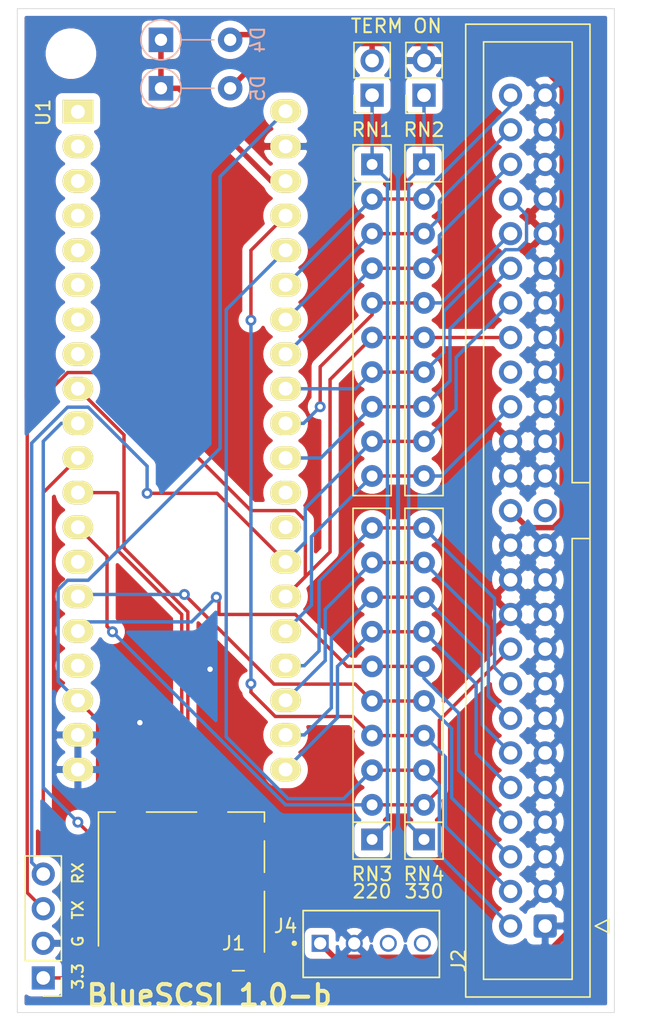
<source format=kicad_pcb>
(kicad_pcb (version 20171130) (host pcbnew "(5.1.7-0-10_14)")
  (layers (0 F.Cu signal) (31 B.Cu signal) (34 B.Paste user) (35 F.Paste user) (36 B.SilkS user) (37 F.SilkS user) (38 B.Mask user) (39 F.Mask user) (44 Edge.Cuts user))
  (net 0 "")
  (net 1 /SD_MISO)
  (net 2 GND)
  (net 3 /SD_CLK)
  (net 4 +3V3)
  (net 5 /SD_MOSI)
  (net 6 /SD_CS)
  (net 7 /SCSI_IO)
  (net 8 /SCSI_REQ)
  (net 9 /SCSI_CD)
  (net 10 /SCSI_SEL)
  (net 11 /SCSI_RST)
  (net 12 /SCSI_ACK)
  (net 13 /SCSI_BSY)
  (net 14 /SCSI_ATN)
  (net 15 /SCSI_MSG)
  (net 16 /SCSI_DBP)
  (net 17 /SCSI_DAT7)
  (net 18 /SCSI_DAT6)
  (net 19 /SCSI_DAT5)
  (net 20 /SCSI_DAT4)
  (net 21 /SCSI_DAT3)
  (net 22 /SCSI_DAT2)
  (net 23 /SCSI_DAT1)
  (net 24 /SCSI_DAT0)
  (net 25 "Net-(JP1-Pad1)")
  (net 26 "Net-(JP2-Pad1)")
  (net 27 VCC)
  (net 28 /TERM_PWR)
  (net 29 +5V)
  (module blue:BluePill_STM32F103C (layer F.Cu) (at 75.565 83.185)
    (fp_text reference U1 (at -2.54 0 270) (layer F.SilkS))
    (fp_text value BluePill_STM32F103C hide)
    (pad 40 thru_hole oval (at 15.24 -0.1016 90) (size 1.7272 2.25) (drill 1.016) (layers *.Cu *.Mask F.SilkS) (net 4 +3V3))
    (pad 39 thru_hole oval (at 15.24 2.4892 90) (size 1.7272 2.25) (drill 1.016) (layers *.Cu *.Mask F.SilkS) (net 2 GND))
    (pad 38 thru_hole oval (at 15.24 5.0292 90) (size 1.7272 2.25) (drill 1.016) (layers *.Cu *.Mask F.SilkS) (net 27 VCC))
    (pad 37 thru_hole oval (at 15.24 7.5692 90) (size 1.7272 2.25) (drill 1.016) (layers *.Cu *.Mask F.SilkS) (net 23 /SCSI_DAT1))
    (pad 36 thru_hole oval (at 15.24 10.1092 90) (size 1.7272 2.25) (drill 1.016) (layers *.Cu *.Mask F.SilkS) (net 24 /SCSI_DAT0))
    (pad 35 thru_hole oval (at 15.24 12.6492 90) (size 1.7272 2.25) (drill 1.016) (layers *.Cu *.Mask F.SilkS) (net 7 /SCSI_IO))
    (pad 34 thru_hole oval (at 15.24 15.1892 90) (size 1.7272 2.25) (drill 1.016) (layers *.Cu *.Mask F.SilkS) (net 8 /SCSI_REQ))
    (pad 33 thru_hole oval (at 15.24 17.7292 90) (size 1.7272 2.25) (drill 1.016) (layers *.Cu *.Mask F.SilkS) (net 9 /SCSI_CD))
    (pad 32 thru_hole oval (at 15.24 20.2692 90) (size 1.7272 2.25) (drill 1.016) (layers *.Cu *.Mask F.SilkS) (net 10 /SCSI_SEL))
    (pad 31 thru_hole oval (at 15.24 22.8092 90) (size 1.7272 2.25) (drill 1.016) (layers *.Cu *.Mask F.SilkS) (net 15 /SCSI_MSG))
    (pad 30 thru_hole oval (at 15.24 25.3492 90) (size 1.7272 2.25) (drill 1.016) (layers *.Cu *.Mask F.SilkS) (net 11 /SCSI_RST))
    (pad 29 thru_hole oval (at 15.24 27.8892 90) (size 1.7272 2.25) (drill 1.016) (layers *.Cu *.Mask F.SilkS))
    (pad 28 thru_hole oval (at 15.24 30.4292 90) (size 1.7272 2.25) (drill 1.016) (layers *.Cu *.Mask F.SilkS))
    (pad 27 thru_hole oval (at 15.24 32.9692 90) (size 1.7272 2.25) (drill 1.016) (layers *.Cu *.Mask F.SilkS) (net 12 /SCSI_ACK))
    (pad 26 thru_hole oval (at 15.24 35.5092 90) (size 1.7272 2.25) (drill 1.016) (layers *.Cu *.Mask F.SilkS) (net 13 /SCSI_BSY))
    (pad 25 thru_hole oval (at 15.24 38.0492 90) (size 1.7272 2.25) (drill 1.016) (layers *.Cu *.Mask F.SilkS) (net 14 /SCSI_ATN))
    (pad 24 thru_hole oval (at 15.24 40.5892 90) (size 1.7272 2.25) (drill 1.016) (layers *.Cu *.Mask F.SilkS) (net 17 /SCSI_DAT7))
    (pad 23 thru_hole oval (at 15.24 43.1292 90) (size 1.7272 2.25) (drill 1.016) (layers *.Cu *.Mask F.SilkS) (net 18 /SCSI_DAT6))
    (pad 22 thru_hole oval (at 15.24 45.6692 90) (size 1.7272 2.25) (drill 1.016) (layers *.Cu *.Mask F.SilkS) (net 19 /SCSI_DAT5))
    (pad 21 thru_hole oval (at 15.24 48.2092 90) (size 1.7272 2.25) (drill 1.016) (layers *.Cu *.Mask F.SilkS) (net 20 /SCSI_DAT4))
    (pad 20 thru_hole oval (at 0 48.2092 270) (size 1.7272 2.25) (drill 1.016) (layers *.Cu *.Mask F.SilkS) (net 2 GND))
    (pad 19 thru_hole oval (at 0 45.6692 270) (size 1.7272 2.25) (drill 1.016) (layers *.Cu *.Mask F.SilkS) (net 2 GND))
    (pad 18 thru_hole oval (at 0 43.1292 270) (size 1.7272 2.25) (drill 1.016) (layers *.Cu *.Mask F.SilkS) (net 4 +3V3))
    (pad 17 thru_hole oval (at 0 40.5892 270) (size 1.7272 2.25) (drill 1.016) (layers *.Cu *.Mask F.SilkS))
    (pad 16 thru_hole oval (at 0 38.0492 270) (size 1.7272 2.25) (drill 1.016) (layers *.Cu *.Mask F.SilkS) (net 21 /SCSI_DAT3))
    (pad 15 thru_hole oval (at 0 35.5092 270) (size 1.7272 2.25) (drill 1.016) (layers *.Cu *.Mask F.SilkS) (net 22 /SCSI_DAT2))
    (pad 14 thru_hole oval (at 0 32.9692 270) (size 1.7272 2.25) (drill 1.016) (layers *.Cu *.Mask F.SilkS))
    (pad 13 thru_hole oval (at 0 30.4292 270) (size 1.7272 2.25) (drill 1.016) (layers *.Cu *.Mask F.SilkS) (net 16 /SCSI_DBP))
    (pad 12 thru_hole oval (at 0 27.8892 270) (size 1.7272 2.25) (drill 1.016) (layers *.Cu *.Mask F.SilkS) (net 5 /SD_MOSI))
    (pad 11 thru_hole oval (at 0 25.3492 270) (size 1.7272 2.25) (drill 1.016) (layers *.Cu *.Mask F.SilkS) (net 1 /SD_MISO))
    (pad 10 thru_hole oval (at 0 22.8092 270) (size 1.7272 2.25) (drill 1.016) (layers *.Cu *.Mask F.SilkS) (net 3 /SD_CLK))
    (pad 9 thru_hole oval (at 0 20.2692 270) (size 1.7272 2.25) (drill 1.016) (layers *.Cu *.Mask F.SilkS) (net 6 /SD_CS))
    (pad 8 thru_hole oval (at 0 17.7292 270) (size 1.7272 2.25) (drill 1.016) (layers *.Cu *.Mask F.SilkS))
    (pad 7 thru_hole oval (at 0 15.1892 270) (size 1.7272 2.25) (drill 1.016) (layers *.Cu *.Mask F.SilkS))
    (pad 6 thru_hole oval (at 0 12.6492 270) (size 1.7272 2.25) (drill 1.016) (layers *.Cu *.Mask F.SilkS))
    (pad 5 thru_hole oval (at 0 10.1092 270) (size 1.7272 2.25) (drill 1.016) (layers *.Cu *.Mask F.SilkS))
    (pad 4 thru_hole oval (at 0 7.5692 270) (size 1.7272 2.25) (drill 1.016) (layers *.Cu *.Mask F.SilkS))
    (pad 3 thru_hole oval (at 0 5.0292 270) (size 1.7272 2.25) (drill 1.016) (layers *.Cu *.Mask F.SilkS))
    (pad 2 thru_hole oval (at 0 2.4892 270) (size 1.7272 2.25) (drill 1.016) (layers *.Cu *.Mask F.SilkS))
    (pad 1 thru_hole rect (at 0 -0.0508 270) (size 1.7272 2.25) (drill 1.016) (layers *.Cu *.Mask F.SilkS))
  )
  (module MountingHole:MountingHole_2.7mm_M2.5 (layer F.Cu) (at 75.057 78.867)
    (fp_text reference H1 hide)
    (fp_text value MountingHole_Pad)
    (pad 1 np_thru_hole circle (at 0 0) (size 2.7 2.7) (drill 2.7) (layers *.Cu *.Mask))
  )
  (module Connector_IDC:IDC-Header_2x25_P2.54mm_Vertical (layer F.Cu) (at 109.855 142.875 180)
    (fp_text reference J2 (at 6.35 -2.54 90) (layer F.SilkS))
    (fp_text value Conn_02x25_Odd_Even)
    (fp_line (start -4.68 0.5) (end -3.68 0) (layer F.SilkS) (width 0.12))
    (fp_line (start -4.68 -0.5) (end -4.68 0.5) (layer F.SilkS) (width 0.12))
    (fp_line (start -3.68 0) (end -4.68 -0.5) (layer F.SilkS) (width 0.12))
    (fp_line (start -1.98 32.53) (end -3.29 32.53) (layer F.SilkS) (width 0.12))
    (fp_line (start -1.98 32.53) (end -1.98 32.53) (layer F.SilkS) (width 0.12))
    (fp_line (start -1.98 64.87) (end -1.98 32.53) (layer F.SilkS) (width 0.12))
    (fp_line (start 4.52 64.87) (end -1.98 64.87) (layer F.SilkS) (width 0.12))
    (fp_line (start 4.52 -3.91) (end 4.52 64.87) (layer F.SilkS) (width 0.12))
    (fp_line (start -1.98 -3.91) (end 4.52 -3.91) (layer F.SilkS) (width 0.12))
    (fp_line (start -1.98 28.43) (end -1.98 -3.91) (layer F.SilkS) (width 0.12))
    (fp_line (start -3.29 28.43) (end -1.98 28.43) (layer F.SilkS) (width 0.12))
    (fp_line (start -3.29 66.17) (end -3.29 -5.21) (layer F.SilkS) (width 0.12))
    (fp_line (start 5.83 66.17) (end -3.29 66.17) (layer F.SilkS) (width 0.12))
    (fp_line (start 5.83 -5.21) (end 5.83 66.17) (layer F.SilkS) (width 0.12))
    (fp_line (start -3.29 -5.21) (end 5.83 -5.21) (layer F.SilkS) (width 0.12))
    (pad 50 thru_hole circle (at 2.54 60.96 180) (size 1.7 1.7) (drill 1) (layers *.Cu *.Mask) (net 7 /SCSI_IO))
    (pad 48 thru_hole circle (at 2.54 58.42 180) (size 1.7 1.7) (drill 1) (layers *.Cu *.Mask) (net 8 /SCSI_REQ))
    (pad 46 thru_hole circle (at 2.54 55.88 180) (size 1.7 1.7) (drill 1) (layers *.Cu *.Mask) (net 9 /SCSI_CD))
    (pad 44 thru_hole circle (at 2.54 53.34 180) (size 1.7 1.7) (drill 1) (layers *.Cu *.Mask) (net 10 /SCSI_SEL))
    (pad 42 thru_hole circle (at 2.54 50.8 180) (size 1.7 1.7) (drill 1) (layers *.Cu *.Mask) (net 15 /SCSI_MSG))
    (pad 40 thru_hole circle (at 2.54 48.26 180) (size 1.7 1.7) (drill 1) (layers *.Cu *.Mask) (net 11 /SCSI_RST))
    (pad 38 thru_hole circle (at 2.54 45.72 180) (size 1.7 1.7) (drill 1) (layers *.Cu *.Mask) (net 12 /SCSI_ACK))
    (pad 36 thru_hole circle (at 2.54 43.18 180) (size 1.7 1.7) (drill 1) (layers *.Cu *.Mask) (net 13 /SCSI_BSY))
    (pad 34 thru_hole circle (at 2.54 40.64 180) (size 1.7 1.7) (drill 1) (layers *.Cu *.Mask))
    (pad 32 thru_hole circle (at 2.54 38.1 180) (size 1.7 1.7) (drill 1) (layers *.Cu *.Mask) (net 14 /SCSI_ATN))
    (pad 30 thru_hole circle (at 2.54 35.56 180) (size 1.7 1.7) (drill 1) (layers *.Cu *.Mask) (net 2 GND))
    (pad 28 thru_hole circle (at 2.54 33.02 180) (size 1.7 1.7) (drill 1) (layers *.Cu *.Mask) (net 2 GND))
    (pad 26 thru_hole circle (at 2.54 30.48 180) (size 1.7 1.7) (drill 1) (layers *.Cu *.Mask) (net 28 /TERM_PWR))
    (pad 24 thru_hole circle (at 2.54 27.94 180) (size 1.7 1.7) (drill 1) (layers *.Cu *.Mask) (net 2 GND))
    (pad 22 thru_hole circle (at 2.54 25.4 180) (size 1.7 1.7) (drill 1) (layers *.Cu *.Mask) (net 2 GND))
    (pad 20 thru_hole circle (at 2.54 22.86 180) (size 1.7 1.7) (drill 1) (layers *.Cu *.Mask) (net 2 GND))
    (pad 18 thru_hole circle (at 2.54 20.32 180) (size 1.7 1.7) (drill 1) (layers *.Cu *.Mask) (net 16 /SCSI_DBP))
    (pad 16 thru_hole circle (at 2.54 17.78 180) (size 1.7 1.7) (drill 1) (layers *.Cu *.Mask) (net 17 /SCSI_DAT7))
    (pad 14 thru_hole circle (at 2.54 15.24 180) (size 1.7 1.7) (drill 1) (layers *.Cu *.Mask) (net 18 /SCSI_DAT6))
    (pad 12 thru_hole circle (at 2.54 12.7 180) (size 1.7 1.7) (drill 1) (layers *.Cu *.Mask) (net 19 /SCSI_DAT5))
    (pad 10 thru_hole circle (at 2.54 10.16 180) (size 1.7 1.7) (drill 1) (layers *.Cu *.Mask) (net 20 /SCSI_DAT4))
    (pad 8 thru_hole circle (at 2.54 7.62 180) (size 1.7 1.7) (drill 1) (layers *.Cu *.Mask) (net 21 /SCSI_DAT3))
    (pad 6 thru_hole circle (at 2.54 5.08 180) (size 1.7 1.7) (drill 1) (layers *.Cu *.Mask) (net 22 /SCSI_DAT2))
    (pad 4 thru_hole circle (at 2.54 2.54 180) (size 1.7 1.7) (drill 1) (layers *.Cu *.Mask) (net 23 /SCSI_DAT1))
    (pad 2 thru_hole circle (at 2.54 0 180) (size 1.7 1.7) (drill 1) (layers *.Cu *.Mask) (net 24 /SCSI_DAT0))
    (pad 49 thru_hole circle (at 0 60.96 180) (size 1.7 1.7) (drill 1) (layers *.Cu *.Mask) (net 2 GND))
    (pad 47 thru_hole circle (at 0 58.42 180) (size 1.7 1.7) (drill 1) (layers *.Cu *.Mask) (net 2 GND))
    (pad 45 thru_hole circle (at 0 55.88 180) (size 1.7 1.7) (drill 1) (layers *.Cu *.Mask) (net 2 GND))
    (pad 43 thru_hole circle (at 0 53.34 180) (size 1.7 1.7) (drill 1) (layers *.Cu *.Mask) (net 2 GND))
    (pad 41 thru_hole circle (at 0 50.8 180) (size 1.7 1.7) (drill 1) (layers *.Cu *.Mask) (net 2 GND))
    (pad 39 thru_hole circle (at 0 48.26 180) (size 1.7 1.7) (drill 1) (layers *.Cu *.Mask) (net 2 GND))
    (pad 37 thru_hole circle (at 0 45.72 180) (size 1.7 1.7) (drill 1) (layers *.Cu *.Mask) (net 2 GND))
    (pad 35 thru_hole circle (at 0 43.18 180) (size 1.7 1.7) (drill 1) (layers *.Cu *.Mask) (net 2 GND))
    (pad 33 thru_hole circle (at 0 40.64 180) (size 1.7 1.7) (drill 1) (layers *.Cu *.Mask) (net 2 GND))
    (pad 31 thru_hole circle (at 0 38.1 180) (size 1.7 1.7) (drill 1) (layers *.Cu *.Mask) (net 2 GND))
    (pad 29 thru_hole circle (at 0 35.56 180) (size 1.7 1.7) (drill 1) (layers *.Cu *.Mask) (net 2 GND))
    (pad 27 thru_hole circle (at 0 33.02 180) (size 1.7 1.7) (drill 1) (layers *.Cu *.Mask) (net 2 GND))
    (pad 25 thru_hole circle (at 0 30.48 180) (size 1.7 1.7) (drill 1) (layers *.Cu *.Mask))
    (pad 23 thru_hole circle (at 0 27.94 180) (size 1.7 1.7) (drill 1) (layers *.Cu *.Mask) (net 2 GND))
    (pad 21 thru_hole circle (at 0 25.4 180) (size 1.7 1.7) (drill 1) (layers *.Cu *.Mask) (net 2 GND))
    (pad 19 thru_hole circle (at 0 22.86 180) (size 1.7 1.7) (drill 1) (layers *.Cu *.Mask) (net 2 GND))
    (pad 17 thru_hole circle (at 0 20.32 180) (size 1.7 1.7) (drill 1) (layers *.Cu *.Mask) (net 2 GND))
    (pad 15 thru_hole circle (at 0 17.78 180) (size 1.7 1.7) (drill 1) (layers *.Cu *.Mask) (net 2 GND))
    (pad 13 thru_hole circle (at 0 15.24 180) (size 1.7 1.7) (drill 1) (layers *.Cu *.Mask) (net 2 GND))
    (pad 11 thru_hole circle (at 0 12.7 180) (size 1.7 1.7) (drill 1) (layers *.Cu *.Mask) (net 2 GND))
    (pad 9 thru_hole circle (at 0 10.16 180) (size 1.7 1.7) (drill 1) (layers *.Cu *.Mask) (net 2 GND))
    (pad 7 thru_hole circle (at 0 7.62 180) (size 1.7 1.7) (drill 1) (layers *.Cu *.Mask) (net 2 GND))
    (pad 5 thru_hole circle (at 0 5.08 180) (size 1.7 1.7) (drill 1) (layers *.Cu *.Mask) (net 2 GND))
    (pad 3 thru_hole circle (at 0 2.54 180) (size 1.7 1.7) (drill 1) (layers *.Cu *.Mask) (net 2 GND))
    (pad 1 thru_hole roundrect (at 0 0 180) (size 1.7 1.7) (drill 1) (layers *.Cu *.Mask) (roundrect_rratio 0.1470588235294118) (net 2 GND))
  )
  (module Connector_Card:microSD_HC_Molex_104031-0811 (layer F.Cu) (at 83.185 140.335 180)
    (fp_text reference J1 (at -3.81 -3.81 180) (layer F.SilkS))
    (fp_text value Micro_SD_Card)
    (fp_line (start -6.07 -4.45) (end -6.07 0) (layer F.SilkS) (width 0.12))
    (fp_line (start -6.07 1.4) (end -6.07 3.7) (layer F.SilkS) (width 0.12))
    (fp_line (start -6.07 5.1) (end -6.07 5.82) (layer F.SilkS) (width 0.12))
    (fp_line (start -6.07 5.82) (end -3.39 5.82) (layer F.SilkS) (width 0.12))
    (fp_line (start -1.09 5.82) (end 2.58 5.82) (layer F.SilkS) (width 0.12))
    (fp_line (start 4.88 5.82) (end 6.11 5.82) (layer F.SilkS) (width 0.12))
    (fp_line (start 6.11 5.82) (end 6.11 -4) (layer F.SilkS) (width 0.12))
    (fp_line (start -4.59 -5.82) (end -3.73 -5.82) (layer F.SilkS) (width 0.12))
    (pad 11 smd rect (at 3.73 5.375 180) (size 1.9 1.35) (layers F.Cu F.Paste F.Mask))
    (pad 11 smd rect (at -2.24 5.375 180) (size 1.9 1.35) (layers F.Cu F.Paste F.Mask))
    (pad 9 smd rect (at -5.74 0.7 180) (size 1.2 1) (layers F.Cu F.Paste F.Mask) (net 2 GND))
    (pad 10 smd rect (at -5.74 4.4 180) (size 1.2 1) (layers F.Cu F.Paste F.Mask))
    (pad 11 smd rect (at -5.565 -5.325 180) (size 1.55 1.35) (layers F.Cu F.Paste F.Mask))
    (pad 11 smd rect (at 5.755 -5.1 180) (size 1.17 1.8) (layers F.Cu F.Paste F.Mask))
    (pad 7 smd rect (at 3.495 -5.45 180) (size 0.85 1.1) (layers F.Cu F.Paste F.Mask) (net 1 /SD_MISO))
    (pad 6 smd rect (at 2.395 -5.45 180) (size 0.85 1.1) (layers F.Cu F.Paste F.Mask) (net 2 GND))
    (pad 5 smd rect (at 1.295 -5.45 180) (size 0.85 1.1) (layers F.Cu F.Paste F.Mask) (net 3 /SD_CLK))
    (pad 4 smd rect (at 0.195 -5.45 180) (size 0.85 1.1) (layers F.Cu F.Paste F.Mask) (net 4 +3V3))
    (pad 3 smd rect (at -0.905 -5.45 180) (size 0.85 1.1) (layers F.Cu F.Paste F.Mask) (net 5 /SD_MOSI))
    (pad 2 smd rect (at -2.005 -5.45 180) (size 0.85 1.1) (layers F.Cu F.Paste F.Mask) (net 6 /SD_CS))
    (pad 8 smd rect (at 4.545 -5.45 180) (size 0.75 1.1) (layers F.Cu F.Paste F.Mask))
    (pad 1 smd rect (at -3.105 -5.45 180) (size 0.85 1.1) (layers F.Cu F.Paste F.Mask))
  )
  (module Connector_PinSocket_2.54mm:PinSocket_1x02_P2.54mm_Vertical (layer F.Cu) (at 100.965 81.915 180)
    (fp_text reference JP1 hide)
    (fp_text value TERM_ENABLE_GND)
    (fp_line (start -1.33 1.27) (end 1.33 1.27) (layer F.SilkS) (width 0.12))
    (fp_line (start -1.33 1.27) (end -1.33 3.87) (layer F.SilkS) (width 0.12))
    (fp_line (start -1.33 3.87) (end 1.33 3.87) (layer F.SilkS) (width 0.12))
    (fp_line (start 1.33 1.27) (end 1.33 3.87) (layer F.SilkS) (width 0.12))
    (fp_line (start 1.33 -1.33) (end 1.33 0) (layer F.SilkS) (width 0.12))
    (fp_line (start 0 -1.33) (end 1.33 -1.33) (layer F.SilkS) (width 0.12))
    (pad 1 thru_hole rect (at 0 0 180) (size 1.7 1.7) (drill 1) (layers *.Cu *.Mask) (net 25 "Net-(JP1-Pad1)"))
    (pad 2 thru_hole oval (at 0 2.54 180) (size 1.7 1.7) (drill 1) (layers *.Cu *.Mask) (net 2 GND))
  )
  (module Connector_PinSocket_2.54mm:PinSocket_1x02_P2.54mm_Vertical (layer F.Cu) (at 97.155 81.915 180)
    (fp_text reference JP2 hide)
    (fp_text value TERM_ENABLE_5V)
    (fp_line (start 0 -1.33) (end 1.33 -1.33) (layer F.SilkS) (width 0.12))
    (fp_line (start 1.33 -1.33) (end 1.33 0) (layer F.SilkS) (width 0.12))
    (fp_line (start 1.33 1.27) (end 1.33 3.87) (layer F.SilkS) (width 0.12))
    (fp_line (start -1.33 3.87) (end 1.33 3.87) (layer F.SilkS) (width 0.12))
    (fp_line (start -1.33 1.27) (end -1.33 3.87) (layer F.SilkS) (width 0.12))
    (fp_line (start -1.33 1.27) (end 1.33 1.27) (layer F.SilkS) (width 0.12))
    (pad 2 thru_hole oval (at 0 2.54 180) (size 1.7 1.7) (drill 1) (layers *.Cu *.Mask) (net 28 /TERM_PWR))
    (pad 1 thru_hole rect (at 0 0 180) (size 1.7 1.7) (drill 1) (layers *.Cu *.Mask) (net 26 "Net-(JP2-Pad1)"))
  )
  (module Resistor_THT:R_Array_SIP10 (layer F.Cu) (at 97.155 86.995 270)
    (fp_text reference RN1 (at -2.54 0 180) (layer F.SilkS))
    (fp_text value 220)
    (fp_line (start 1.27 -1.4) (end 1.27 1.4) (layer F.SilkS) (width 0.12))
    (fp_line (start 24.3 -1.4) (end -1.44 -1.4) (layer F.SilkS) (width 0.12))
    (fp_line (start 24.3 1.4) (end 24.3 -1.4) (layer F.SilkS) (width 0.12))
    (fp_line (start -1.44 1.4) (end 24.3 1.4) (layer F.SilkS) (width 0.12))
    (fp_line (start -1.44 -1.4) (end -1.44 1.4) (layer F.SilkS) (width 0.12))
    (pad 1 thru_hole rect (at 0 0 270) (size 1.6 1.6) (drill 0.8) (layers *.Cu *.Mask) (net 26 "Net-(JP2-Pad1)"))
    (pad 2 thru_hole oval (at 2.54 0 270) (size 1.6 1.6) (drill 0.8) (layers *.Cu *.Mask) (net 7 /SCSI_IO))
    (pad 3 thru_hole oval (at 5.08 0 270) (size 1.6 1.6) (drill 0.8) (layers *.Cu *.Mask) (net 8 /SCSI_REQ))
    (pad 4 thru_hole oval (at 7.62 0 270) (size 1.6 1.6) (drill 0.8) (layers *.Cu *.Mask) (net 9 /SCSI_CD))
    (pad 5 thru_hole oval (at 10.16 0 270) (size 1.6 1.6) (drill 0.8) (layers *.Cu *.Mask) (net 15 /SCSI_MSG))
    (pad 6 thru_hole oval (at 12.7 0 270) (size 1.6 1.6) (drill 0.8) (layers *.Cu *.Mask) (net 13 /SCSI_BSY))
    (pad 7 thru_hole oval (at 15.24 0 270) (size 1.6 1.6) (drill 0.8) (layers *.Cu *.Mask) (net 10 /SCSI_SEL))
    (pad 8 thru_hole oval (at 17.78 0 270) (size 1.6 1.6) (drill 0.8) (layers *.Cu *.Mask) (net 11 /SCSI_RST))
    (pad 9 thru_hole oval (at 20.32 0 270) (size 1.6 1.6) (drill 0.8) (layers *.Cu *.Mask) (net 12 /SCSI_ACK))
    (pad 10 thru_hole oval (at 22.86 0 270) (size 1.6 1.6) (drill 0.8) (layers *.Cu *.Mask) (net 14 /SCSI_ATN))
  )
  (module Resistor_THT:R_Array_SIP10 (layer F.Cu) (at 100.965 86.995 270)
    (fp_text reference RN2 (at -2.54 0 180) (layer F.SilkS))
    (fp_text value 330)
    (fp_line (start 1.27 -1.4) (end 1.27 1.4) (layer F.SilkS) (width 0.12))
    (fp_line (start 24.3 -1.4) (end -1.44 -1.4) (layer F.SilkS) (width 0.12))
    (fp_line (start 24.3 1.4) (end 24.3 -1.4) (layer F.SilkS) (width 0.12))
    (fp_line (start -1.44 1.4) (end 24.3 1.4) (layer F.SilkS) (width 0.12))
    (fp_line (start -1.44 -1.4) (end -1.44 1.4) (layer F.SilkS) (width 0.12))
    (pad 1 thru_hole rect (at 0 0 270) (size 1.6 1.6) (drill 0.8) (layers *.Cu *.Mask) (net 25 "Net-(JP1-Pad1)"))
    (pad 2 thru_hole oval (at 2.54 0 270) (size 1.6 1.6) (drill 0.8) (layers *.Cu *.Mask) (net 7 /SCSI_IO))
    (pad 3 thru_hole oval (at 5.08 0 270) (size 1.6 1.6) (drill 0.8) (layers *.Cu *.Mask) (net 8 /SCSI_REQ))
    (pad 4 thru_hole oval (at 7.62 0 270) (size 1.6 1.6) (drill 0.8) (layers *.Cu *.Mask) (net 9 /SCSI_CD))
    (pad 5 thru_hole oval (at 10.16 0 270) (size 1.6 1.6) (drill 0.8) (layers *.Cu *.Mask) (net 15 /SCSI_MSG))
    (pad 6 thru_hole oval (at 12.7 0 270) (size 1.6 1.6) (drill 0.8) (layers *.Cu *.Mask) (net 13 /SCSI_BSY))
    (pad 7 thru_hole oval (at 15.24 0 270) (size 1.6 1.6) (drill 0.8) (layers *.Cu *.Mask) (net 10 /SCSI_SEL))
    (pad 8 thru_hole oval (at 17.78 0 270) (size 1.6 1.6) (drill 0.8) (layers *.Cu *.Mask) (net 11 /SCSI_RST))
    (pad 9 thru_hole oval (at 20.32 0 270) (size 1.6 1.6) (drill 0.8) (layers *.Cu *.Mask) (net 12 /SCSI_ACK))
    (pad 10 thru_hole oval (at 22.86 0 270) (size 1.6 1.6) (drill 0.8) (layers *.Cu *.Mask) (net 14 /SCSI_ATN))
  )
  (module Resistor_THT:R_Array_SIP10 (layer F.Cu) (at 97.155 136.525 90)
    (fp_text reference RN3 (at -2.54 0 180) (layer F.SilkS))
    (fp_text value 220)
    (fp_line (start -1.44 -1.4) (end -1.44 1.4) (layer F.SilkS) (width 0.12))
    (fp_line (start -1.44 1.4) (end 24.3 1.4) (layer F.SilkS) (width 0.12))
    (fp_line (start 24.3 1.4) (end 24.3 -1.4) (layer F.SilkS) (width 0.12))
    (fp_line (start 24.3 -1.4) (end -1.44 -1.4) (layer F.SilkS) (width 0.12))
    (fp_line (start 1.27 -1.4) (end 1.27 1.4) (layer F.SilkS) (width 0.12))
    (pad 10 thru_hole oval (at 22.86 0 90) (size 1.6 1.6) (drill 0.8) (layers *.Cu *.Mask) (net 17 /SCSI_DAT7))
    (pad 9 thru_hole oval (at 20.32 0 90) (size 1.6 1.6) (drill 0.8) (layers *.Cu *.Mask) (net 18 /SCSI_DAT6))
    (pad 8 thru_hole oval (at 17.78 0 90) (size 1.6 1.6) (drill 0.8) (layers *.Cu *.Mask) (net 19 /SCSI_DAT5))
    (pad 7 thru_hole oval (at 15.24 0 90) (size 1.6 1.6) (drill 0.8) (layers *.Cu *.Mask) (net 20 /SCSI_DAT4))
    (pad 6 thru_hole oval (at 12.7 0 90) (size 1.6 1.6) (drill 0.8) (layers *.Cu *.Mask) (net 21 /SCSI_DAT3))
    (pad 5 thru_hole oval (at 10.16 0 90) (size 1.6 1.6) (drill 0.8) (layers *.Cu *.Mask) (net 22 /SCSI_DAT2))
    (pad 4 thru_hole oval (at 7.62 0 90) (size 1.6 1.6) (drill 0.8) (layers *.Cu *.Mask) (net 23 /SCSI_DAT1))
    (pad 3 thru_hole oval (at 5.08 0 90) (size 1.6 1.6) (drill 0.8) (layers *.Cu *.Mask) (net 24 /SCSI_DAT0))
    (pad 2 thru_hole oval (at 2.54 0 90) (size 1.6 1.6) (drill 0.8) (layers *.Cu *.Mask) (net 16 /SCSI_DBP))
    (pad 1 thru_hole rect (at 0 0 90) (size 1.6 1.6) (drill 0.8) (layers *.Cu *.Mask) (net 26 "Net-(JP2-Pad1)"))
  )
  (module Resistor_THT:R_Array_SIP10 (layer F.Cu) (at 100.965 136.525 90)
    (fp_text reference RN4 (at -2.54 0 180) (layer F.SilkS))
    (fp_text value 330)
    (fp_line (start -1.44 -1.4) (end -1.44 1.4) (layer F.SilkS) (width 0.12))
    (fp_line (start -1.44 1.4) (end 24.3 1.4) (layer F.SilkS) (width 0.12))
    (fp_line (start 24.3 1.4) (end 24.3 -1.4) (layer F.SilkS) (width 0.12))
    (fp_line (start 24.3 -1.4) (end -1.44 -1.4) (layer F.SilkS) (width 0.12))
    (fp_line (start 1.27 -1.4) (end 1.27 1.4) (layer F.SilkS) (width 0.12))
    (pad 10 thru_hole oval (at 22.86 0 90) (size 1.6 1.6) (drill 0.8) (layers *.Cu *.Mask) (net 17 /SCSI_DAT7))
    (pad 9 thru_hole oval (at 20.32 0 90) (size 1.6 1.6) (drill 0.8) (layers *.Cu *.Mask) (net 18 /SCSI_DAT6))
    (pad 8 thru_hole oval (at 17.78 0 90) (size 1.6 1.6) (drill 0.8) (layers *.Cu *.Mask) (net 19 /SCSI_DAT5))
    (pad 7 thru_hole oval (at 15.24 0 90) (size 1.6 1.6) (drill 0.8) (layers *.Cu *.Mask) (net 20 /SCSI_DAT4))
    (pad 6 thru_hole oval (at 12.7 0 90) (size 1.6 1.6) (drill 0.8) (layers *.Cu *.Mask) (net 21 /SCSI_DAT3))
    (pad 5 thru_hole oval (at 10.16 0 90) (size 1.6 1.6) (drill 0.8) (layers *.Cu *.Mask) (net 22 /SCSI_DAT2))
    (pad 4 thru_hole oval (at 7.62 0 90) (size 1.6 1.6) (drill 0.8) (layers *.Cu *.Mask) (net 23 /SCSI_DAT1))
    (pad 3 thru_hole oval (at 5.08 0 90) (size 1.6 1.6) (drill 0.8) (layers *.Cu *.Mask) (net 24 /SCSI_DAT0))
    (pad 2 thru_hole oval (at 2.54 0 90) (size 1.6 1.6) (drill 0.8) (layers *.Cu *.Mask) (net 16 /SCSI_DBP))
    (pad 1 thru_hole rect (at 0 0 90) (size 1.6 1.6) (drill 0.8) (layers *.Cu *.Mask) (net 25 "Net-(JP1-Pad1)"))
  )
  (module Connector_PinHeader_2.54mm:PinHeader_1x04_P2.54mm_Vertical (layer F.Cu) (at 73.025 146.685 180)
    (fp_text reference J3 hide)
    (fp_text value "Programming Pins")
    (fp_line (start -1.33 8.95) (end 1.33 8.95) (layer F.SilkS) (width 0.12))
    (fp_line (start -1.33 1.27) (end -1.33 8.95) (layer F.SilkS) (width 0.12))
    (fp_line (start 1.33 1.27) (end 1.33 8.95) (layer F.SilkS) (width 0.12))
    (fp_line (start -1.33 1.27) (end 1.33 1.27) (layer F.SilkS) (width 0.12))
    (fp_line (start -1.33 0) (end -1.33 -1.33) (layer F.SilkS) (width 0.12))
    (fp_line (start -1.33 -1.33) (end 0 -1.33) (layer F.SilkS) (width 0.12))
    (pad 1 thru_hole rect (at 0 0 180) (size 1.7 1.7) (drill 1) (layers *.Cu *.Mask) (net 4 +3V3))
    (pad 2 thru_hole oval (at 0 2.54 180) (size 1.7 1.7) (drill 1) (layers *.Cu *.Mask) (net 2 GND))
    (pad 3 thru_hole oval (at 0 5.08 180) (size 1.7 1.7) (drill 1) (layers *.Cu *.Mask) (net 13 /SCSI_BSY))
    (pad 4 thru_hole oval (at 0 7.62 180) (size 1.7 1.7) (drill 1) (layers *.Cu *.Mask) (net 12 /SCSI_ACK))
  )
  (module 171825-4:TE_171825-4 (layer F.Cu) (at 93.345 144.145)
    (fp_text reference J4 (at -2.54 -1.27) (layer F.SilkS))
    (fp_text value "Berg Power Connector")
    (fp_line (start -1.25 2.5) (end -1.25 -2.4) (layer F.SilkS) (width 0.127))
    (fp_line (start 8.75 -2.4) (end 8.75 2.5) (layer F.SilkS) (width 0.127))
    (fp_line (start 8.75 -2.4) (end -1.25 -2.4) (layer F.SilkS) (width 0.127))
    (fp_line (start 8.75 2.5) (end -1.25 2.5) (layer F.SilkS) (width 0.127))
    (fp_circle (center -1.9 0) (end -1.8 0) (layer F.SilkS) (width 0.2))
    (pad 1 thru_hole rect (at 0 0) (size 1.25 1.25) (drill 0.9) (layers *.Cu *.Mask) (net 29 +5V))
    (pad 2 thru_hole circle (at 2.5 0) (size 1.25 1.25) (drill 0.9) (layers *.Cu *.Mask) (net 2 GND))
    (pad 3 thru_hole circle (at 5 0) (size 1.25 1.25) (drill 0.9) (layers *.Cu *.Mask))
    (pad 4 thru_hole circle (at 7.5 0) (size 1.25 1.25) (drill 0.9) (layers *.Cu *.Mask))
  )
  (module Diode_THT:D_A-405_P5.08mm_Vertical_AnodeUp (layer B.Cu) (at 81.661 77.851)
    (fp_text reference D4 (at 7.112 0 270) (layer B.SilkS) (effects (justify mirror)))
    (fp_text value Diode)
    (fp_circle (center 0 0) (end 1.47 0) (layer B.SilkS) (width 0.12))
    (fp_line (start 1.47 0) (end 3.88 0) (layer B.SilkS) (width 0.12))
    (pad 1 thru_hole rect (at 0 0) (size 1.8 1.8) (drill 0.9) (layers *.Cu *.Mask) (net 27 VCC))
    (pad 2 thru_hole oval (at 5.08 0) (size 1.8 1.8) (drill 0.9) (layers *.Cu *.Mask) (net 29 +5V))
  )
  (module Diode_THT:D_A-405_P5.08mm_Vertical_AnodeUp (layer B.Cu) (at 81.661 81.407)
    (fp_text reference D5 (at 7.112 0 270) (layer B.SilkS) (effects (justify mirror)))
    (fp_text value Diode)
    (fp_line (start 1.47 0) (end 3.88 0) (layer B.SilkS) (width 0.12))
    (fp_circle (center 0 0) (end 1.47 0) (layer B.SilkS) (width 0.12))
    (pad 2 thru_hole oval (at 5.08 0) (size 1.8 1.8) (drill 0.9) (layers *.Cu *.Mask) (net 28 /TERM_PWR))
    (pad 1 thru_hole rect (at 0 0) (size 1.8 1.8) (drill 0.9) (layers *.Cu *.Mask) (net 27 VCC))
  )
  (gr_line (start 71.755 149.225) (end 71.12 149.225) (layer Edge.Cuts) (width 0.05))
  (gr_line (start 71.12 147.955) (end 71.12 149.225) (layer Edge.Cuts) (width 0.05))
  (gr_line (start 114.935 149.225) (end 71.755 149.225) (layer Edge.Cuts) (width 0.05))
  (gr_line (start 114.935 147.955) (end 114.935 149.225) (layer Edge.Cuts) (width 0.05))
  (gr_text "3.3  G  TX  RX" (at 75.565 142.875 90) (layer F.SilkS) (effects (font (size 0.8 0.8))))
  (gr_text 330 (at 100.965 140.335) (layer F.SilkS) (effects (font (size 1 1))))
  (gr_text 220 (at 97.155 140.335) (layer F.SilkS) (effects (font (size 1 1))))
  (gr_text "TERM ON" (at 98.933 76.835) (layer F.SilkS) (effects (font (size 1 1))))
  (gr_line (start 114.935 75.565) (end 71.12 75.565) (layer Edge.Cuts) (width 0.05))
  (gr_line (start 114.935 147.955) (end 114.935 75.565) (layer Edge.Cuts) (width 0.05))
  (gr_line (start 71.12 147.955) (end 71.12 75.565) (layer Edge.Cuts) (width 0.05))
  (gr_text "BlueSCSI 1.0-b" (at 85.217 147.955) (layer F.SilkS) (effects (font (size 1.5 1.5) (thickness 0.3))))
  (segment (start 79.69 141.92) (end 79.69 145.785) (width 0.25) (layer F.Cu) (net 1))
  (segment (start 73.025 135.255) (end 79.69 141.92) (width 0.25) (layer F.Cu) (net 1))
  (segment (start 73.025 111.0742) (end 73.025 135.255) (width 0.25) (layer F.Cu) (net 1))
  (segment (start 75.565 108.5342) (end 73.025 111.0742) (width 0.25) (layer F.Cu) (net 1))
  (segment (start 75.565 131.3942) (end 75.565 128.8542) (width 0.25) (layer B.Cu) (net 2))
  (segment (start 107.315 79.375) (end 100.965 79.375) (width 0.25) (layer B.Cu) (net 2))
  (segment (start 109.855 81.915) (end 107.315 79.375) (width 0.25) (layer B.Cu) (net 2))
  (via (at 85.265 124.035) (size 0.8) (drill 0.4) (layers F.Cu B.Cu) (net 2))
  (via (at 80.115 127.955) (size 0.8) (drill 0.4) (layers F.Cu B.Cu) (net 2))
  (segment (start 75.565 135.255) (end 81.89 141.58) (width 0.25) (layer F.Cu) (net 3))
  (segment (start 81.89 141.58) (end 81.89 145.785) (width 0.25) (layer F.Cu) (net 3))
  (segment (start 73.025 132.715) (end 75.565 135.255) (width 0.25) (layer B.Cu) (net 3))
  (via (at 75.565 135.255) (size 0.8) (drill 0.4) (layers F.Cu B.Cu) (net 3))
  (segment (start 73.025 107.315) (end 73.025 132.715) (width 0.25) (layer B.Cu) (net 3))
  (segment (start 74.3458 105.9942) (end 73.025 107.315) (width 0.25) (layer B.Cu) (net 3))
  (segment (start 75.565 105.9942) (end 74.3458 105.9942) (width 0.25) (layer B.Cu) (net 3))
  (segment (start 77.01501 134.80142) (end 77.01501 127.76421) (width 0.25) (layer F.Cu) (net 4))
  (segment (start 82.99 145.785) (end 82.99 140.77641) (width 0.25) (layer F.Cu) (net 4))
  (segment (start 77.01501 127.76421) (end 75.565 126.3142) (width 0.25) (layer F.Cu) (net 4))
  (segment (start 82.99 140.77641) (end 77.01501 134.80142) (width 0.25) (layer F.Cu) (net 4))
  (segment (start 75.5142 126.3142) (end 75.565 126.3142) (width 0.25) (layer B.Cu) (net 4))
  (segment (start 74.11499 118.201862) (end 74.11499 124.91499) (width 0.25) (layer B.Cu) (net 4))
  (segment (start 74.11499 124.91499) (end 75.5142 126.3142) (width 0.25) (layer B.Cu) (net 4))
  (segment (start 74.811262 117.50559) (end 74.11499 118.201862) (width 0.25) (layer B.Cu) (net 4))
  (segment (start 76.318738 117.50559) (end 74.811262 117.50559) (width 0.25) (layer B.Cu) (net 4))
  (segment (start 85.999991 107.824337) (end 76.318738 117.50559) (width 0.25) (layer B.Cu) (net 4))
  (segment (start 85.999991 87.888409) (end 85.999991 107.824337) (width 0.25) (layer B.Cu) (net 4))
  (segment (start 90.805 83.0834) (end 85.999991 87.888409) (width 0.25) (layer B.Cu) (net 4))
  (segment (start 82.99 146.585) (end 82.99 145.785) (width 0.25) (layer F.Cu) (net 4))
  (segment (start 82.89 146.685) (end 82.99 146.585) (width 0.25) (layer F.Cu) (net 4))
  (segment (start 73.025 146.685) (end 82.89 146.685) (width 0.25) (layer F.Cu) (net 4))
  (segment (start 78.4492 111.0742) (end 78.5 111.125) (width 0.25) (layer F.Cu) (net 5))
  (segment (start 75.565 111.0742) (end 78.4492 111.0742) (width 0.25) (layer F.Cu) (net 5))
  (segment (start 84.09 141.24) (end 84.09 145.785) (width 0.25) (layer F.Cu) (net 5))
  (segment (start 83.185 140.335) (end 84.09 141.24) (width 0.25) (layer F.Cu) (net 5))
  (segment (start 83.185 120.015) (end 83.185 140.335) (width 0.25) (layer F.Cu) (net 5))
  (segment (start 78.5 115.33) (end 83.185 120.015) (width 0.25) (layer F.Cu) (net 5))
  (segment (start 78.5 111.125) (end 78.5 115.33) (width 0.25) (layer F.Cu) (net 5))
  (segment (start 78.95001 106.83921) (end 75.565 103.4542) (width 0.25) (layer F.Cu) (net 6))
  (segment (start 78.95001 115.1436) (end 78.95001 106.83921) (width 0.25) (layer F.Cu) (net 6))
  (segment (start 83.63501 119.8286) (end 78.95001 115.1436) (width 0.25) (layer F.Cu) (net 6))
  (segment (start 83.63501 135.380012) (end 83.63501 119.8286) (width 0.25) (layer F.Cu) (net 6))
  (segment (start 85.19 136.935002) (end 83.63501 135.380012) (width 0.25) (layer F.Cu) (net 6))
  (segment (start 85.19 145.785) (end 85.19 136.935002) (width 0.25) (layer F.Cu) (net 6))
  (segment (start 90.8558 95.8342) (end 97.155 89.535) (width 0.25) (layer B.Cu) (net 7))
  (segment (start 90.805 95.8342) (end 90.8558 95.8342) (width 0.25) (layer B.Cu) (net 7))
  (segment (start 97.155 89.535) (end 100.965 89.535) (width 0.25) (layer F.Cu) (net 7))
  (segment (start 107.315 82.715998) (end 107.315 81.915) (width 0.25) (layer B.Cu) (net 7))
  (segment (start 100.965 89.065998) (end 107.315 82.715998) (width 0.25) (layer B.Cu) (net 7))
  (segment (start 100.965 89.535) (end 100.965 89.065998) (width 0.25) (layer B.Cu) (net 7))
  (segment (start 90.8558 98.3742) (end 97.155 92.075) (width 0.25) (layer B.Cu) (net 8))
  (segment (start 90.805 98.3742) (end 90.8558 98.3742) (width 0.25) (layer B.Cu) (net 8))
  (segment (start 107.315 84.850002) (end 107.315 84.455) (width 0.25) (layer B.Cu) (net 8))
  (segment (start 97.155 92.075) (end 100.965 92.075) (width 0.25) (layer F.Cu) (net 8))
  (segment (start 102.090001 89.679999) (end 107.315 84.455) (width 0.25) (layer B.Cu) (net 8))
  (segment (start 102.090001 90.949999) (end 102.090001 89.679999) (width 0.25) (layer B.Cu) (net 8))
  (segment (start 100.965 92.075) (end 102.090001 90.949999) (width 0.25) (layer B.Cu) (net 8))
  (segment (start 90.8558 100.9142) (end 97.155 94.615) (width 0.25) (layer B.Cu) (net 9))
  (segment (start 90.805 100.9142) (end 90.8558 100.9142) (width 0.25) (layer B.Cu) (net 9))
  (segment (start 102.090001 92.219999) (end 107.315 86.995) (width 0.25) (layer B.Cu) (net 9))
  (segment (start 102.090001 93.489999) (end 102.090001 92.219999) (width 0.25) (layer B.Cu) (net 9))
  (segment (start 100.965 94.615) (end 102.090001 93.489999) (width 0.25) (layer B.Cu) (net 9))
  (segment (start 97.155 94.615) (end 100.965 94.615) (width 0.25) (layer F.Cu) (net 9))
  (segment (start 97.155 102.235) (end 100.965 102.235) (width 0.25) (layer F.Cu) (net 10))
  (segment (start 95.9358 103.4542) (end 97.155 102.235) (width 0.25) (layer B.Cu) (net 10))
  (segment (start 90.805 103.4542) (end 95.9358 103.4542) (width 0.25) (layer B.Cu) (net 10))
  (segment (start 108.490001 92.639001) (end 108.490001 90.710001) (width 0.25) (layer B.Cu) (net 10))
  (segment (start 108.490001 90.710001) (end 107.315 89.535) (width 0.25) (layer B.Cu) (net 10))
  (segment (start 107.879001 93.250001) (end 108.490001 92.639001) (width 0.25) (layer B.Cu) (net 10))
  (segment (start 106.940997 93.250001) (end 107.879001 93.250001) (width 0.25) (layer B.Cu) (net 10))
  (segment (start 102.421401 97.769597) (end 106.940997 93.250001) (width 0.25) (layer B.Cu) (net 10))
  (segment (start 102.421401 100.778599) (end 102.421401 97.769597) (width 0.25) (layer B.Cu) (net 10))
  (segment (start 100.965 102.235) (end 102.421401 100.778599) (width 0.25) (layer B.Cu) (net 10))
  (segment (start 90.805 108.5342) (end 90.8558 108.5342) (width 0.25) (layer F.Cu) (net 11))
  (segment (start 97.155 104.775) (end 100.965 104.775) (width 0.25) (layer F.Cu) (net 11))
  (segment (start 93.3958 108.5342) (end 97.155 104.775) (width 0.25) (layer B.Cu) (net 11))
  (segment (start 90.805 108.5342) (end 93.3958 108.5342) (width 0.25) (layer B.Cu) (net 11))
  (segment (start 102.871411 102.868589) (end 100.965 104.775) (width 0.25) (layer B.Cu) (net 11))
  (segment (start 102.871411 99.058589) (end 102.871411 102.868589) (width 0.25) (layer B.Cu) (net 11))
  (segment (start 107.315 94.615) (end 102.871411 99.058589) (width 0.25) (layer B.Cu) (net 11))
  (segment (start 97.155 107.315) (end 100.965 107.315) (width 0.25) (layer F.Cu) (net 12))
  (segment (start 92.25501 112.21499) (end 92.25501 114.70419) (width 0.25) (layer B.Cu) (net 12))
  (segment (start 97.155 107.315) (end 92.25501 112.21499) (width 0.25) (layer B.Cu) (net 12))
  (segment (start 92.25501 114.70419) (end 90.805 116.1542) (width 0.25) (layer B.Cu) (net 12))
  (segment (start 90.805 116.1542) (end 90.805 116.205) (width 0.25) (layer F.Cu) (net 12))
  (segment (start 103.321421 104.958579) (end 103.321421 101.148579) (width 0.25) (layer B.Cu) (net 12))
  (segment (start 103.321421 101.148579) (end 107.315 97.155) (width 0.25) (layer B.Cu) (net 12))
  (segment (start 100.965 107.315) (end 103.321421 104.958579) (width 0.25) (layer B.Cu) (net 12))
  (segment (start 72.175001 107.441851) (end 74.811262 104.80559) (width 0.25) (layer B.Cu) (net 12))
  (segment (start 74.811262 104.80559) (end 76.318738 104.80559) (width 0.25) (layer B.Cu) (net 12))
  (via (at 80.645 111.125) (size 0.8) (drill 0.4) (layers F.Cu B.Cu) (net 12))
  (segment (start 72.175001 138.215001) (end 72.175001 107.441851) (width 0.25) (layer B.Cu) (net 12))
  (segment (start 76.318738 104.80559) (end 80.645 109.131852) (width 0.25) (layer B.Cu) (net 12))
  (segment (start 80.645 109.131852) (end 80.645 111.125) (width 0.25) (layer B.Cu) (net 12))
  (segment (start 73.025 139.065) (end 72.175001 138.215001) (width 0.25) (layer B.Cu) (net 12))
  (segment (start 85.7758 111.125) (end 90.805 116.1542) (width 0.25) (layer F.Cu) (net 12))
  (segment (start 80.645 111.125) (end 85.7758 111.125) (width 0.25) (layer F.Cu) (net 12))
  (segment (start 97.155 99.695) (end 100.965 99.695) (width 0.25) (layer F.Cu) (net 13))
  (segment (start 94.070001 102.779999) (end 97.155 99.695) (width 0.25) (layer F.Cu) (net 13))
  (segment (start 94.070001 115.429199) (end 94.070001 102.779999) (width 0.25) (layer F.Cu) (net 13))
  (segment (start 90.805 118.6942) (end 94.070001 115.429199) (width 0.25) (layer F.Cu) (net 13))
  (segment (start 100.965 99.695) (end 107.315 99.695) (width 0.25) (layer F.Cu) (net 13))
  (segment (start 92.25501 117.24419) (end 90.805 118.6942) (width 0.25) (layer F.Cu) (net 13))
  (segment (start 92.25501 113.121862) (end 92.25501 117.24419) (width 0.25) (layer F.Cu) (net 13))
  (segment (start 91.528148 112.395) (end 92.25501 113.121862) (width 0.25) (layer F.Cu) (net 13))
  (segment (start 71.849999 105.226853) (end 74.811262 102.26559) (width 0.25) (layer F.Cu) (net 13))
  (segment (start 88.265 112.395) (end 91.528148 112.395) (width 0.25) (layer F.Cu) (net 13))
  (segment (start 71.849999 140.429999) (end 71.849999 105.226853) (width 0.25) (layer F.Cu) (net 13))
  (segment (start 78.13559 102.26559) (end 88.265 112.395) (width 0.25) (layer F.Cu) (net 13))
  (segment (start 74.811262 102.26559) (end 78.13559 102.26559) (width 0.25) (layer F.Cu) (net 13))
  (segment (start 73.025 141.605) (end 71.849999 140.429999) (width 0.25) (layer F.Cu) (net 13))
  (segment (start 97.155 109.855) (end 100.965 109.855) (width 0.25) (layer F.Cu) (net 14))
  (segment (start 90.805 121.2342) (end 90.805 121.285) (width 0.25) (layer B.Cu) (net 14))
  (segment (start 92.70502 114.30498) (end 97.155 109.855) (width 0.25) (layer B.Cu) (net 14))
  (segment (start 92.70502 119.33418) (end 92.70502 114.30498) (width 0.25) (layer B.Cu) (net 14))
  (segment (start 90.805 121.2342) (end 92.70502 119.33418) (width 0.25) (layer B.Cu) (net 14))
  (segment (start 102.235 109.855) (end 107.315 104.775) (width 0.25) (layer B.Cu) (net 14))
  (segment (start 100.965 109.855) (end 102.235 109.855) (width 0.25) (layer B.Cu) (net 14))
  (segment (start 90.805 105.9942) (end 90.8558 105.9942) (width 0.25) (layer F.Cu) (net 15))
  (via (at 93.345 104.775) (size 0.8) (drill 0.4) (layers F.Cu B.Cu) (net 15))
  (segment (start 93.345 104.775) (end 93.345 101.839998) (width 0.25) (layer F.Cu) (net 15))
  (segment (start 97.155 98.029998) (end 97.155 97.155) (width 0.25) (layer F.Cu) (net 15))
  (segment (start 93.345 101.839998) (end 97.155 98.029998) (width 0.25) (layer F.Cu) (net 15))
  (segment (start 90.805 105.9942) (end 92.1258 105.9942) (width 0.25) (layer B.Cu) (net 15))
  (segment (start 92.1258 105.9942) (end 93.345 104.775) (width 0.25) (layer B.Cu) (net 15))
  (segment (start 97.155 97.155) (end 100.965 97.155) (width 0.25) (layer F.Cu) (net 15))
  (segment (start 102.235 97.155) (end 107.315 92.075) (width 0.25) (layer B.Cu) (net 15))
  (segment (start 100.965 97.155) (end 102.235 97.155) (width 0.25) (layer B.Cu) (net 15))
  (segment (start 102.090001 132.859999) (end 100.965 133.985) (width 0.25) (layer F.Cu) (net 16))
  (segment (start 102.090001 127.779999) (end 102.090001 132.859999) (width 0.25) (layer F.Cu) (net 16))
  (segment (start 107.315 122.555) (end 102.090001 127.779999) (width 0.25) (layer F.Cu) (net 16))
  (via (at 78.105 121.285) (size 0.8) (drill 0.4) (layers F.Cu B.Cu) (net 16))
  (segment (start 90.805 133.985) (end 78.105 121.285) (width 0.25) (layer B.Cu) (net 16))
  (segment (start 97.155 133.985) (end 90.805 133.985) (width 0.25) (layer B.Cu) (net 16))
  (segment (start 77.705001 115.754201) (end 75.565 113.6142) (width 0.25) (layer F.Cu) (net 16))
  (segment (start 77.705001 120.885001) (end 77.705001 115.754201) (width 0.25) (layer F.Cu) (net 16))
  (segment (start 78.105 121.285) (end 77.705001 120.885001) (width 0.25) (layer F.Cu) (net 16))
  (segment (start 97.155 133.985) (end 100.965 133.985) (width 0.25) (layer F.Cu) (net 16))
  (segment (start 100.965 113.665) (end 97.155 113.665) (width 0.25) (layer F.Cu) (net 17))
  (segment (start 93.264971 122.689229) (end 93.264971 117.555029) (width 0.25) (layer B.Cu) (net 17))
  (segment (start 92.18 123.7742) (end 93.264971 122.689229) (width 0.25) (layer B.Cu) (net 17))
  (segment (start 93.264971 117.555029) (end 97.155 113.665) (width 0.25) (layer B.Cu) (net 17))
  (segment (start 90.805 123.7742) (end 92.18 123.7742) (width 0.25) (layer B.Cu) (net 17))
  (segment (start 106.139999 118.839999) (end 100.965 113.665) (width 0.25) (layer B.Cu) (net 17))
  (segment (start 106.139999 123.919999) (end 106.139999 118.839999) (width 0.25) (layer B.Cu) (net 17))
  (segment (start 107.315 125.095) (end 106.139999 123.919999) (width 0.25) (layer B.Cu) (net 17))
  (segment (start 97.155 116.205) (end 100.965 116.205) (width 0.25) (layer F.Cu) (net 18))
  (segment (start 93.714981 119.645019) (end 97.155 116.205) (width 0.25) (layer B.Cu) (net 18))
  (segment (start 93.714981 123.404219) (end 93.714981 119.645019) (width 0.25) (layer B.Cu) (net 18))
  (segment (start 90.805 126.3142) (end 93.714981 123.404219) (width 0.25) (layer B.Cu) (net 18))
  (segment (start 105.689989 120.929989) (end 100.965 116.205) (width 0.25) (layer B.Cu) (net 18))
  (segment (start 105.689989 126.009989) (end 105.689989 120.929989) (width 0.25) (layer B.Cu) (net 18))
  (segment (start 107.315 127.635) (end 105.689989 126.009989) (width 0.25) (layer B.Cu) (net 18))
  (segment (start 100.965 118.745) (end 97.155 118.745) (width 0.25) (layer F.Cu) (net 19))
  (segment (start 94.16499 126.86921) (end 94.16499 121.73501) (width 0.25) (layer B.Cu) (net 19))
  (segment (start 94.16499 121.73501) (end 97.155 118.745) (width 0.25) (layer B.Cu) (net 19))
  (segment (start 92.18 128.8542) (end 94.16499 126.86921) (width 0.25) (layer B.Cu) (net 19))
  (segment (start 90.805 128.8542) (end 92.18 128.8542) (width 0.25) (layer B.Cu) (net 19))
  (segment (start 105.239979 123.019979) (end 100.965 118.745) (width 0.25) (layer B.Cu) (net 19))
  (segment (start 105.239979 128.099979) (end 105.239979 123.019979) (width 0.25) (layer B.Cu) (net 19))
  (segment (start 107.315 130.175) (end 105.239979 128.099979) (width 0.25) (layer B.Cu) (net 19))
  (segment (start 97.155 121.285) (end 100.965 121.285) (width 0.25) (layer F.Cu) (net 20))
  (segment (start 90.805 131.3942) (end 94.615 127.5842) (width 0.25) (layer B.Cu) (net 20))
  (segment (start 94.615 123.825) (end 97.155 121.285) (width 0.25) (layer B.Cu) (net 20))
  (segment (start 94.615 127.5842) (end 94.615 123.825) (width 0.25) (layer B.Cu) (net 20))
  (segment (start 104.789969 125.109969) (end 100.965 121.285) (width 0.25) (layer B.Cu) (net 20))
  (segment (start 104.789969 130.189969) (end 104.789969 125.109969) (width 0.25) (layer B.Cu) (net 20))
  (segment (start 107.315 132.715) (end 104.789969 130.189969) (width 0.25) (layer B.Cu) (net 20))
  (segment (start 75.565 121.2342) (end 76.1492 121.2342) (width 0.25) (layer B.Cu) (net 21))
  (segment (start 95.338148 123.825) (end 97.155 123.825) (width 0.25) (layer F.Cu) (net 21))
  (segment (start 91.528148 120.015) (end 95.338148 123.825) (width 0.25) (layer F.Cu) (net 21))
  (segment (start 103.505 131.445) (end 103.505 127.239998) (width 0.25) (layer B.Cu) (net 21))
  (segment (start 100.965 124.699998) (end 100.965 123.825) (width 0.25) (layer B.Cu) (net 21))
  (segment (start 103.505 127.239998) (end 100.965 124.699998) (width 0.25) (layer B.Cu) (net 21))
  (segment (start 107.315 135.255) (end 103.505 131.445) (width 0.25) (layer B.Cu) (net 21))
  (segment (start 91.528148 120.015) (end 85.919718 120.015) (width 0.25) (layer F.Cu) (net 21))
  (segment (start 85.919718 120.015) (end 85.919718 118.939718) (width 0.25) (layer F.Cu) (net 21))
  (via (at 85.725 118.745) (size 0.8) (drill 0.4) (layers F.Cu B.Cu) (net 21))
  (segment (start 85.919718 118.939718) (end 85.725 118.745) (width 0.25) (layer F.Cu) (net 21))
  (segment (start 76.239201 120.559999) (end 75.565 121.2342) (width 0.25) (layer B.Cu) (net 21))
  (segment (start 83.910001 120.559999) (end 76.239201 120.559999) (width 0.25) (layer B.Cu) (net 21))
  (segment (start 85.725 118.745) (end 83.910001 120.559999) (width 0.25) (layer B.Cu) (net 21))
  (segment (start 97.155 123.825) (end 100.965 123.825) (width 0.25) (layer F.Cu) (net 21))
  (segment (start 75.565 118.6942) (end 75.565 118.745) (width 0.25) (layer B.Cu) (net 22))
  (segment (start 97.155 126.365) (end 100.965 126.365) (width 0.25) (layer F.Cu) (net 22))
  (segment (start 102.990021 133.470021) (end 102.990021 128.390021) (width 0.25) (layer B.Cu) (net 22))
  (segment (start 102.990021 128.390021) (end 100.965 126.365) (width 0.25) (layer B.Cu) (net 22))
  (segment (start 107.315 137.795) (end 102.990021 133.470021) (width 0.25) (layer B.Cu) (net 22))
  (via (at 83.380858 118.549142) (size 0.8) (drill 0.4) (layers F.Cu B.Cu) (net 22))
  (segment (start 89.957306 125.12559) (end 83.380858 118.549142) (width 0.25) (layer F.Cu) (net 22))
  (segment (start 95.91559 125.12559) (end 89.957306 125.12559) (width 0.25) (layer F.Cu) (net 22))
  (segment (start 97.155 126.365) (end 95.91559 125.12559) (width 0.25) (layer F.Cu) (net 22))
  (segment (start 75.710058 118.549142) (end 75.565 118.6942) (width 0.25) (layer B.Cu) (net 22))
  (segment (start 83.380858 118.549142) (end 75.710058 118.549142) (width 0.25) (layer B.Cu) (net 22))
  (segment (start 100.965 128.905) (end 97.155 128.905) (width 0.25) (layer F.Cu) (net 23))
  (segment (start 102.540011 130.480011) (end 100.965 128.905) (width 0.25) (layer B.Cu) (net 23))
  (segment (start 102.540011 135.560011) (end 102.540011 130.480011) (width 0.25) (layer B.Cu) (net 23))
  (segment (start 107.315 140.335) (end 102.540011 135.560011) (width 0.25) (layer B.Cu) (net 23))
  (via (at 88.265 125.095) (size 0.8) (drill 0.4) (layers F.Cu B.Cu) (net 23))
  (segment (start 90.051262 127.50281) (end 88.265 125.716548) (width 0.25) (layer F.Cu) (net 23))
  (segment (start 95.75281 127.50281) (end 90.051262 127.50281) (width 0.25) (layer F.Cu) (net 23))
  (segment (start 88.265 125.716548) (end 88.265 125.095) (width 0.25) (layer F.Cu) (net 23))
  (segment (start 97.155 128.905) (end 95.75281 127.50281) (width 0.25) (layer F.Cu) (net 23))
  (via (at 88.265 98.425) (size 0.8) (drill 0.4) (layers F.Cu B.Cu) (net 23))
  (segment (start 88.265 125.095) (end 88.265 98.425) (width 0.25) (layer B.Cu) (net 23))
  (segment (start 88.265 98.425) (end 88.265 93.2942) (width 0.25) (layer F.Cu) (net 23))
  (segment (start 88.265 93.2942) (end 90.805 90.7542) (width 0.25) (layer F.Cu) (net 23))
  (segment (start 97.155 131.445) (end 100.965 131.445) (width 0.25) (layer F.Cu) (net 24))
  (segment (start 102.090001 132.570001) (end 100.965 131.445) (width 0.25) (layer B.Cu) (net 24))
  (segment (start 102.090001 137.650001) (end 102.090001 132.570001) (width 0.25) (layer B.Cu) (net 24))
  (segment (start 107.315 142.875) (end 102.090001 137.650001) (width 0.25) (layer B.Cu) (net 24))
  (segment (start 86.450001 128.993591) (end 86.450001 97.649199) (width 0.25) (layer B.Cu) (net 24))
  (segment (start 90.9914 133.53499) (end 86.450001 128.993591) (width 0.25) (layer B.Cu) (net 24))
  (segment (start 95.06501 133.53499) (end 90.9914 133.53499) (width 0.25) (layer B.Cu) (net 24))
  (segment (start 97.155 131.445) (end 95.06501 133.53499) (width 0.25) (layer B.Cu) (net 24))
  (segment (start 86.450001 97.649199) (end 90.805 93.2942) (width 0.25) (layer B.Cu) (net 24))
  (segment (start 99.839999 88.120001) (end 100.965 86.995) (width 0.25) (layer B.Cu) (net 25))
  (segment (start 99.839999 135.399999) (end 99.839999 88.120001) (width 0.25) (layer B.Cu) (net 25))
  (segment (start 100.965 136.525) (end 99.839999 135.399999) (width 0.25) (layer B.Cu) (net 25))
  (segment (start 100.965 81.915) (end 100.965 86.995) (width 0.25) (layer B.Cu) (net 25))
  (segment (start 98.280001 88.120001) (end 98.280001 135.399999) (width 0.25) (layer B.Cu) (net 26))
  (segment (start 98.280001 135.399999) (end 97.155 136.525) (width 0.25) (layer B.Cu) (net 26))
  (segment (start 97.155 86.995) (end 98.280001 88.120001) (width 0.25) (layer B.Cu) (net 26))
  (segment (start 97.155 81.915) (end 97.155 86.995) (width 0.25) (layer B.Cu) (net 26))
  (segment (start 81.661 77.851) (end 81.661 81.407) (width 0.4) (layer F.Cu) (net 27))
  (segment (start 89.7682 88.2142) (end 90.805 88.2142) (width 0.4) (layer F.Cu) (net 27))
  (segment (start 82.961 81.407) (end 89.7682 88.2142) (width 0.4) (layer F.Cu) (net 27))
  (segment (start 81.661 81.407) (end 82.961 81.407) (width 0.4) (layer F.Cu) (net 27))
  (segment (start 107.315 112.395) (end 108.565001 113.645001) (width 0.4) (layer F.Cu) (net 28))
  (segment (start 110.455001 113.645001) (end 111.105001 112.995001) (width 0.4) (layer F.Cu) (net 28))
  (segment (start 111.105001 81.314999) (end 107.915001 78.124999) (width 0.4) (layer F.Cu) (net 28))
  (segment (start 111.105001 112.995001) (end 111.105001 81.314999) (width 0.4) (layer F.Cu) (net 28))
  (segment (start 108.565001 113.645001) (end 110.455001 113.645001) (width 0.4) (layer F.Cu) (net 28))
  (segment (start 97.155 78.144998) (end 97.174999 78.124999) (width 0.4) (layer F.Cu) (net 28))
  (segment (start 97.155 79.375) (end 97.155 78.144998) (width 0.4) (layer F.Cu) (net 28))
  (segment (start 107.915001 78.124999) (end 97.174999 78.124999) (width 0.4) (layer F.Cu) (net 28))
  (segment (start 90.023001 78.124999) (end 86.741 81.407) (width 0.4) (layer F.Cu) (net 28))
  (segment (start 97.174999 78.124999) (end 90.023001 78.124999) (width 0.4) (layer F.Cu) (net 28))
  (segment (start 111.705011 81.066467) (end 108.108544 77.47) (width 0.4) (layer F.Cu) (net 29))
  (segment (start 111.705011 143.144245) (end 111.705011 81.066467) (width 0.4) (layer F.Cu) (net 29))
  (segment (start 109.679255 145.170001) (end 111.705011 143.144245) (width 0.4) (layer F.Cu) (net 29))
  (segment (start 94.370001 145.170001) (end 109.679255 145.170001) (width 0.4) (layer F.Cu) (net 29))
  (segment (start 93.345 144.145) (end 94.370001 145.170001) (width 0.4) (layer F.Cu) (net 29))
  (segment (start 87.122 77.47) (end 86.741 77.851) (width 0.4) (layer F.Cu) (net 29))
  (segment (start 108.108544 77.47) (end 87.122 77.47) (width 0.4) (layer F.Cu) (net 29))
  (zone (net 2) (net_name GND) (layer B.Cu) (connect_pads (clearance 0.508)) (min_thickness 0.254) (fill yes (arc_segments 32) (thermal_gap 0.508) (thermal_bridge_width 0.508))
    (polygon (pts (xy 117.475 149.86) (xy 69.85 149.86) (xy 69.85 74.93) (xy 117.475 74.93)))
  )
  (zone (net 2) (net_name GND) (layer F.Cu) (connect_pads (clearance 0.508)) (min_thickness 0.254) (fill yes (arc_segments 32) (thermal_gap 0.508) (thermal_bridge_width 0.508))
    (polygon (pts (xy 116.205 149.225) (xy 70.485 149.225) (xy 70.485 75.565) (xy 116.205 75.565)))
  )
)
</source>
